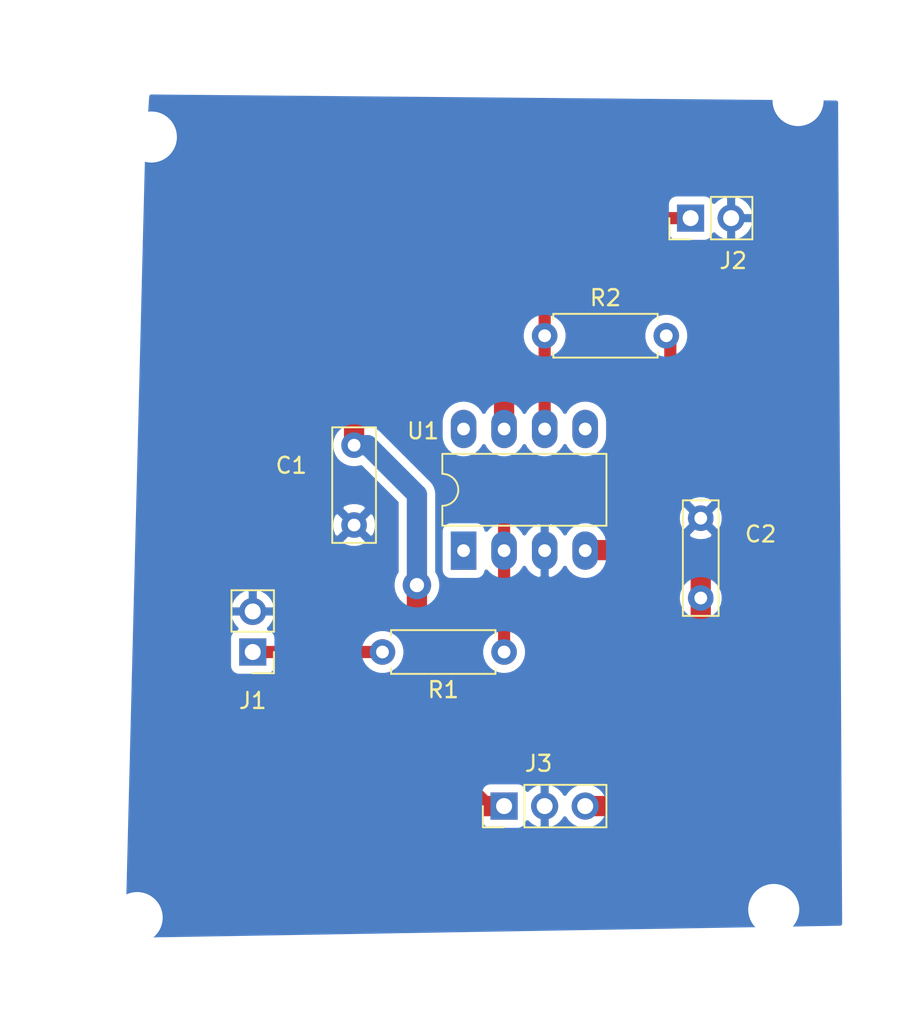
<source format=kicad_pcb>
(kicad_pcb (version 20171130) (host pcbnew "(5.1.10)-1")

  (general
    (thickness 1.6)
    (drawings 5)
    (tracks 31)
    (zones 0)
    (modules 12)
    (nets 10)
  )

  (page A4)
  (title_block
    (title "Inverting Amp")
    (date 2021-06-10)
    (rev 1.0.0)
    (company "IIT, BRL, Genova, Italy")
    (comment 1 "Ajay Gunalan")
  )

  (layers
    (0 F.Cu signal)
    (31 B.Cu signal)
    (32 B.Adhes user)
    (33 F.Adhes user)
    (34 B.Paste user)
    (35 F.Paste user)
    (36 B.SilkS user)
    (37 F.SilkS user)
    (38 B.Mask user)
    (39 F.Mask user)
    (40 Dwgs.User user)
    (41 Cmts.User user)
    (42 Eco1.User user)
    (43 Eco2.User user)
    (44 Edge.Cuts user)
    (45 Margin user)
    (46 B.CrtYd user)
    (47 F.CrtYd user)
    (48 B.Fab user)
    (49 F.Fab user)
  )

  (setup
    (last_trace_width 1.27)
    (user_trace_width 0.762)
    (user_trace_width 1.27)
    (trace_clearance 0.254)
    (zone_clearance 0.508)
    (zone_45_only no)
    (trace_min 0.254)
    (via_size 0.762)
    (via_drill 0.381)
    (via_min_size 0.762)
    (via_min_drill 0.381)
    (user_via 1.778 0.889)
    (uvia_size 0.762)
    (uvia_drill 0.381)
    (uvias_allowed no)
    (uvia_min_size 0.762)
    (uvia_min_drill 0.381)
    (edge_width 0.05)
    (segment_width 0.2)
    (pcb_text_width 0.3)
    (pcb_text_size 1.5 1.5)
    (mod_edge_width 0.12)
    (mod_text_size 1 1)
    (mod_text_width 0.15)
    (pad_size 1.524 1.524)
    (pad_drill 0.762)
    (pad_to_mask_clearance 0)
    (aux_axis_origin 0 0)
    (visible_elements 7FFFF7FF)
    (pcbplotparams
      (layerselection 0x010fc_ffffffff)
      (usegerberextensions false)
      (usegerberattributes true)
      (usegerberadvancedattributes true)
      (creategerberjobfile true)
      (excludeedgelayer true)
      (linewidth 0.100000)
      (plotframeref false)
      (viasonmask false)
      (mode 1)
      (useauxorigin false)
      (hpglpennumber 1)
      (hpglpenspeed 20)
      (hpglpendiameter 15.000000)
      (psnegative false)
      (psa4output false)
      (plotreference true)
      (plotvalue true)
      (plotinvisibletext false)
      (padsonsilk false)
      (subtractmaskfromsilk false)
      (outputformat 1)
      (mirror false)
      (drillshape 1)
      (scaleselection 1)
      (outputdirectory ""))
  )

  (net 0 "")
  (net 1 GND)
  (net 2 VCC)
  (net 3 VSS)
  (net 4 "Net-(J1-Pad1)")
  (net 5 "Net-(J2-Pad1)")
  (net 6 "Net-(R1-Pad1)")
  (net 7 "Net-(U1-Pad1)")
  (net 8 "Net-(U1-Pad5)")
  (net 9 "Net-(U1-Pad8)")

  (net_class Default "This is the default net class."
    (clearance 0.254)
    (trace_width 0.254)
    (via_dia 0.762)
    (via_drill 0.381)
    (uvia_dia 0.762)
    (uvia_drill 0.381)
    (diff_pair_width 0.254)
    (diff_pair_gap 0.25)
    (add_net GND)
    (add_net "Net-(J1-Pad1)")
    (add_net "Net-(J2-Pad1)")
    (add_net "Net-(R1-Pad1)")
    (add_net "Net-(U1-Pad1)")
    (add_net "Net-(U1-Pad5)")
    (add_net "Net-(U1-Pad8)")
    (add_net VCC)
    (add_net VSS)
  )

  (module MountingHole:MountingHole_3.2mm_M3 (layer F.Cu) (tedit 56D1B4CB) (tstamp 60C3B846)
    (at 134.239 95.123)
    (descr "Mounting Hole 3.2mm, no annular, M3")
    (tags "mounting hole 3.2mm no annular m3")
    (attr virtual)
    (fp_text reference REF** (at 0 -4.2) (layer F.SilkS) hide
      (effects (font (size 1 1) (thickness 0.15)))
    )
    (fp_text value m3 (at 0 4.2) (layer F.Fab)
      (effects (font (size 1 1) (thickness 0.15)))
    )
    (fp_circle (center 0 0) (end 3.2 0) (layer Cmts.User) (width 0.15))
    (fp_circle (center 0 0) (end 3.45 0) (layer F.CrtYd) (width 0.05))
    (fp_text user %R (at 6.096 -1.778) (layer F.Fab)
      (effects (font (size 1 1) (thickness 0.15)))
    )
    (pad 1 np_thru_hole circle (at 0 0) (size 3.2 3.2) (drill 3.2) (layers *.Cu *.Mask))
  )

  (module MountingHole:MountingHole_3.2mm_M3 (layer F.Cu) (tedit 56D1B4CB) (tstamp 60C3B810)
    (at 94.361 95.631)
    (descr "Mounting Hole 3.2mm, no annular, M3")
    (tags "mounting hole 3.2mm no annular m3")
    (attr virtual)
    (fp_text reference REF** (at 0 -4.2) (layer F.SilkS) hide
      (effects (font (size 1 1) (thickness 0.15)))
    )
    (fp_text value m3 (at 0 4.2) (layer F.Fab)
      (effects (font (size 1 1) (thickness 0.15)))
    )
    (fp_circle (center 0 0) (end 3.2 0) (layer Cmts.User) (width 0.15))
    (fp_circle (center 0 0) (end 3.45 0) (layer F.CrtYd) (width 0.05))
    (fp_text user %R (at 6.096 -1.778) (layer F.Fab)
      (effects (font (size 1 1) (thickness 0.15)))
    )
    (pad 1 np_thru_hole circle (at 0 0) (size 3.2 3.2) (drill 3.2) (layers *.Cu *.Mask))
  )

  (module MountingHole:MountingHole_3.2mm_M3 (layer F.Cu) (tedit 56D1B4CB) (tstamp 60C3B7BD)
    (at 135.763 44.45)
    (descr "Mounting Hole 3.2mm, no annular, M3")
    (tags "mounting hole 3.2mm no annular m3")
    (attr virtual)
    (fp_text reference REF** (at 0 -4.2) (layer F.SilkS) hide
      (effects (font (size 1 1) (thickness 0.15)))
    )
    (fp_text value MountingHole_3.2mm_M3 (at -13.843 -3.683) (layer F.Fab)
      (effects (font (size 1 1) (thickness 0.15)))
    )
    (fp_text user %R (at 0.3 0) (layer F.Fab)
      (effects (font (size 1 1) (thickness 0.15)))
    )
    (fp_circle (center 0 0) (end 3.2 0) (layer Cmts.User) (width 0.15))
    (fp_circle (center 0 0) (end 3.45 0) (layer F.CrtYd) (width 0.05))
    (pad 1 np_thru_hole circle (at 0 0) (size 3.2 3.2) (drill 3.2) (layers *.Cu *.Mask))
  )

  (module MountingHole:MountingHole_3.2mm_M3 (layer F.Cu) (tedit 56D1B4CB) (tstamp 60C3B71A)
    (at 95.25 46.736)
    (descr "Mounting Hole 3.2mm, no annular, M3")
    (tags "mounting hole 3.2mm no annular m3")
    (attr virtual)
    (fp_text reference REF** (at 0 -4.2) (layer F.SilkS) hide
      (effects (font (size 1 1) (thickness 0.15)))
    )
    (fp_text value MountingHole_3.2mm_M3 (at 0 4.2) (layer F.Fab)
      (effects (font (size 1 1) (thickness 0.15)))
    )
    (fp_text user %R (at 6.096 -1.778) (layer F.Fab)
      (effects (font (size 1 1) (thickness 0.15)))
    )
    (fp_circle (center 0 0) (end 3.2 0) (layer Cmts.User) (width 0.15))
    (fp_circle (center 0 0) (end 3.45 0) (layer F.CrtYd) (width 0.05))
    (pad 1 np_thru_hole circle (at 0 0) (size 3.2 3.2) (drill 3.2) (layers *.Cu *.Mask))
  )

  (module Package_DIP:DIP-8_W7.62mm_LongPads (layer F.Cu) (tedit 5A02E8C5) (tstamp 60C27446)
    (at 114.808 72.644 90)
    (descr "8-lead though-hole mounted DIP package, row spacing 7.62 mm (300 mils), LongPads")
    (tags "THT DIP DIL PDIP 2.54mm 7.62mm 300mil LongPads")
    (path /60C20855)
    (fp_text reference U1 (at 7.493 -2.54) (layer F.SilkS)
      (effects (font (size 1 1) (thickness 0.15)))
    )
    (fp_text value AD711 (at 0.254 5.969 90) (layer F.Fab)
      (effects (font (size 1 1) (thickness 0.15)))
    )
    (fp_text user %R (at 3.81 3.81 90) (layer F.Fab)
      (effects (font (size 1 1) (thickness 0.15)))
    )
    (fp_arc (start 3.81 -1.33) (end 2.81 -1.33) (angle -180) (layer F.SilkS) (width 0.12))
    (fp_line (start 1.635 -1.27) (end 6.985 -1.27) (layer F.Fab) (width 0.1))
    (fp_line (start 6.985 -1.27) (end 6.985 8.89) (layer F.Fab) (width 0.1))
    (fp_line (start 6.985 8.89) (end 0.635 8.89) (layer F.Fab) (width 0.1))
    (fp_line (start 0.635 8.89) (end 0.635 -0.27) (layer F.Fab) (width 0.1))
    (fp_line (start 0.635 -0.27) (end 1.635 -1.27) (layer F.Fab) (width 0.1))
    (fp_line (start 2.81 -1.33) (end 1.56 -1.33) (layer F.SilkS) (width 0.12))
    (fp_line (start 1.56 -1.33) (end 1.56 8.95) (layer F.SilkS) (width 0.12))
    (fp_line (start 1.56 8.95) (end 6.06 8.95) (layer F.SilkS) (width 0.12))
    (fp_line (start 6.06 8.95) (end 6.06 -1.33) (layer F.SilkS) (width 0.12))
    (fp_line (start 6.06 -1.33) (end 4.81 -1.33) (layer F.SilkS) (width 0.12))
    (fp_line (start -1.45 -1.55) (end -1.45 9.15) (layer F.CrtYd) (width 0.05))
    (fp_line (start -1.45 9.15) (end 9.1 9.15) (layer F.CrtYd) (width 0.05))
    (fp_line (start 9.1 9.15) (end 9.1 -1.55) (layer F.CrtYd) (width 0.05))
    (fp_line (start 9.1 -1.55) (end -1.45 -1.55) (layer F.CrtYd) (width 0.05))
    (pad 8 thru_hole oval (at 7.62 0 90) (size 2.4 1.6) (drill 0.8) (layers *.Cu *.Mask)
      (net 9 "Net-(U1-Pad8)"))
    (pad 4 thru_hole oval (at 0 7.62 90) (size 2.4 1.6) (drill 0.8) (layers *.Cu *.Mask)
      (net 3 VSS))
    (pad 7 thru_hole oval (at 7.62 2.54 90) (size 2.4 1.6) (drill 0.8) (layers *.Cu *.Mask)
      (net 2 VCC))
    (pad 3 thru_hole oval (at 0 5.08 90) (size 2.4 1.6) (drill 0.8) (layers *.Cu *.Mask)
      (net 1 GND))
    (pad 6 thru_hole oval (at 7.62 5.08 90) (size 2.4 1.6) (drill 0.8) (layers *.Cu *.Mask)
      (net 5 "Net-(J2-Pad1)"))
    (pad 2 thru_hole oval (at 0 2.54 90) (size 2.4 1.6) (drill 0.8) (layers *.Cu *.Mask)
      (net 6 "Net-(R1-Pad1)"))
    (pad 5 thru_hole oval (at 7.62 7.62 90) (size 2.4 1.6) (drill 0.8) (layers *.Cu *.Mask)
      (net 8 "Net-(U1-Pad5)"))
    (pad 1 thru_hole rect (at 0 0 90) (size 2.4 1.6) (drill 0.8) (layers *.Cu *.Mask)
      (net 7 "Net-(U1-Pad1)"))
    (model ${KISYS3DMOD}/Package_DIP.3dshapes/DIP-8_W7.62mm.wrl
      (at (xyz 0 0 0))
      (scale (xyz 1 1 1))
      (rotate (xyz 0 0 0))
    )
  )

  (module Capacitor_THT:C_Rect_L7.0mm_W2.5mm_P5.00mm (layer F.Cu) (tedit 5AE50EF0) (tstamp 60C2810D)
    (at 107.95 66.04 270)
    (descr "C, Rect series, Radial, pin pitch=5.00mm, , length*width=7*2.5mm^2, Capacitor")
    (tags "C Rect series Radial pin pitch 5.00mm  length 7mm width 2.5mm Capacitor")
    (path /60C2DA9A)
    (fp_text reference C1 (at 1.27 3.937 180) (layer F.SilkS)
      (effects (font (size 1 1) (thickness 0.15)))
    )
    (fp_text value 100n (at 1 3.75 90) (layer F.Fab)
      (effects (font (size 1 1) (thickness 0.15)))
    )
    (fp_text user %R (at 1 0 90) (layer F.Fab)
      (effects (font (size 1 1) (thickness 0.15)))
    )
    (fp_line (start -1 -1.25) (end -1 1.25) (layer F.Fab) (width 0.1))
    (fp_line (start -1 1.25) (end 6 1.25) (layer F.Fab) (width 0.1))
    (fp_line (start 6 1.25) (end 6 -1.25) (layer F.Fab) (width 0.1))
    (fp_line (start 6 -1.25) (end -1 -1.25) (layer F.Fab) (width 0.1))
    (fp_line (start -1.12 -1.37) (end 6.12 -1.37) (layer F.SilkS) (width 0.12))
    (fp_line (start -1.12 1.37) (end 6.12 1.37) (layer F.SilkS) (width 0.12))
    (fp_line (start -1.12 -1.37) (end -1.12 1.37) (layer F.SilkS) (width 0.12))
    (fp_line (start 6.12 -1.37) (end 6.12 1.37) (layer F.SilkS) (width 0.12))
    (fp_line (start -1.25 -1.5) (end -1.25 1.5) (layer F.CrtYd) (width 0.05))
    (fp_line (start -1.25 1.5) (end 6.25 1.5) (layer F.CrtYd) (width 0.05))
    (fp_line (start 6.25 1.5) (end 6.25 -1.5) (layer F.CrtYd) (width 0.05))
    (fp_line (start 6.25 -1.5) (end -1.25 -1.5) (layer F.CrtYd) (width 0.05))
    (pad 2 thru_hole circle (at 5 0 270) (size 1.6 1.6) (drill 0.8) (layers *.Cu *.Mask)
      (net 1 GND))
    (pad 1 thru_hole circle (at 0 0 270) (size 1.6 1.6) (drill 0.8) (layers *.Cu *.Mask)
      (net 2 VCC))
    (model ${KISYS3DMOD}/Capacitor_THT.3dshapes/C_Rect_L7.0mm_W2.5mm_P5.00mm.wrl
      (at (xyz 0 0 0))
      (scale (xyz 1 1 1))
      (rotate (xyz 0 0 0))
    )
  )

  (module Capacitor_THT:C_Rect_L7.0mm_W2.0mm_P5.00mm (layer F.Cu) (tedit 5AE50EF0) (tstamp 60C28116)
    (at 129.667 70.612 270)
    (descr "C, Rect series, Radial, pin pitch=5.00mm, , length*width=7*2mm^2, Capacitor")
    (tags "C Rect series Radial pin pitch 5.00mm  length 7mm width 2mm Capacitor")
    (path /60C234CD)
    (fp_text reference C2 (at 1 -3.75 180) (layer F.SilkS)
      (effects (font (size 1 1) (thickness 0.15)))
    )
    (fp_text value 100n (at 1 3.75 90) (layer F.Fab)
      (effects (font (size 1 1) (thickness 0.15)))
    )
    (fp_text user %R (at 1.778 1.27 90) (layer F.Fab)
      (effects (font (size 1 1) (thickness 0.15)))
    )
    (fp_line (start -1 -1) (end -1 1) (layer F.Fab) (width 0.1))
    (fp_line (start -1 1) (end 6 1) (layer F.Fab) (width 0.1))
    (fp_line (start 6 1) (end 6 -1) (layer F.Fab) (width 0.1))
    (fp_line (start 6 -1) (end -1 -1) (layer F.Fab) (width 0.1))
    (fp_line (start -1.12 -1.12) (end 6.12 -1.12) (layer F.SilkS) (width 0.12))
    (fp_line (start -1.12 1.12) (end 6.12 1.12) (layer F.SilkS) (width 0.12))
    (fp_line (start -1.12 -1.12) (end -1.12 1.12) (layer F.SilkS) (width 0.12))
    (fp_line (start 6.12 -1.12) (end 6.12 1.12) (layer F.SilkS) (width 0.12))
    (fp_line (start -1.25 -1.25) (end -1.25 1.25) (layer F.CrtYd) (width 0.05))
    (fp_line (start -1.25 1.25) (end 6.25 1.25) (layer F.CrtYd) (width 0.05))
    (fp_line (start 6.25 1.25) (end 6.25 -1.25) (layer F.CrtYd) (width 0.05))
    (fp_line (start 6.25 -1.25) (end -1.25 -1.25) (layer F.CrtYd) (width 0.05))
    (pad 2 thru_hole circle (at 5 0 270) (size 1.6 1.6) (drill 0.8) (layers *.Cu *.Mask)
      (net 3 VSS))
    (pad 1 thru_hole circle (at 0 0 270) (size 1.6 1.6) (drill 0.8) (layers *.Cu *.Mask)
      (net 1 GND))
    (model ${KISYS3DMOD}/Capacitor_THT.3dshapes/C_Rect_L7.0mm_W2.0mm_P5.00mm.wrl
      (at (xyz 0 0 0))
      (scale (xyz 1 1 1))
      (rotate (xyz 0 0 0))
    )
  )

  (module Connector_PinHeader_2.54mm:PinHeader_1x02_P2.54mm_Vertical (layer F.Cu) (tedit 59FED5CC) (tstamp 60C273DA)
    (at 101.6 78.994 180)
    (descr "Through hole straight pin header, 1x02, 2.54mm pitch, single row")
    (tags "Through hole pin header THT 1x02 2.54mm single row")
    (path /60C3DD53)
    (fp_text reference J1 (at 0 -3.048) (layer F.SilkS)
      (effects (font (size 1 1) (thickness 0.15)))
    )
    (fp_text value Output (at 0 4.87) (layer F.Fab)
      (effects (font (size 1 1) (thickness 0.15)))
    )
    (fp_line (start 1.8 -1.8) (end -1.8 -1.8) (layer F.CrtYd) (width 0.05))
    (fp_line (start 1.8 4.35) (end 1.8 -1.8) (layer F.CrtYd) (width 0.05))
    (fp_line (start -1.8 4.35) (end 1.8 4.35) (layer F.CrtYd) (width 0.05))
    (fp_line (start -1.8 -1.8) (end -1.8 4.35) (layer F.CrtYd) (width 0.05))
    (fp_line (start -1.33 -1.33) (end 0 -1.33) (layer F.SilkS) (width 0.12))
    (fp_line (start -1.33 0) (end -1.33 -1.33) (layer F.SilkS) (width 0.12))
    (fp_line (start -1.33 1.27) (end 1.33 1.27) (layer F.SilkS) (width 0.12))
    (fp_line (start 1.33 1.27) (end 1.33 3.87) (layer F.SilkS) (width 0.12))
    (fp_line (start -1.33 1.27) (end -1.33 3.87) (layer F.SilkS) (width 0.12))
    (fp_line (start -1.33 3.87) (end 1.33 3.87) (layer F.SilkS) (width 0.12))
    (fp_line (start -1.27 -0.635) (end -0.635 -1.27) (layer F.Fab) (width 0.1))
    (fp_line (start -1.27 3.81) (end -1.27 -0.635) (layer F.Fab) (width 0.1))
    (fp_line (start 1.27 3.81) (end -1.27 3.81) (layer F.Fab) (width 0.1))
    (fp_line (start 1.27 -1.27) (end 1.27 3.81) (layer F.Fab) (width 0.1))
    (fp_line (start -0.635 -1.27) (end 1.27 -1.27) (layer F.Fab) (width 0.1))
    (fp_text user %R (at 0.508 0.254 90) (layer F.Fab)
      (effects (font (size 1 1) (thickness 0.15)))
    )
    (pad 2 thru_hole oval (at 0 2.54 180) (size 1.7 1.7) (drill 1) (layers *.Cu *.Mask)
      (net 1 GND))
    (pad 1 thru_hole rect (at 0 0 180) (size 1.7 1.7) (drill 1) (layers *.Cu *.Mask)
      (net 4 "Net-(J1-Pad1)"))
    (model ${KISYS3DMOD}/Connector_PinHeader_2.54mm.3dshapes/PinHeader_1x02_P2.54mm_Vertical.wrl
      (at (xyz 0 0 0))
      (scale (xyz 1 1 1))
      (rotate (xyz 0 0 0))
    )
  )

  (module Connector_PinHeader_2.54mm:PinHeader_1x02_P2.54mm_Vertical (layer F.Cu) (tedit 59FED5CC) (tstamp 60C273F0)
    (at 129.032 51.816 90)
    (descr "Through hole straight pin header, 1x02, 2.54mm pitch, single row")
    (tags "Through hole pin header THT 1x02 2.54mm single row")
    (path /60C305BE)
    (fp_text reference J2 (at -2.667 2.667 180) (layer F.SilkS)
      (effects (font (size 1 1) (thickness 0.15)))
    )
    (fp_text value Output (at 0 4.87 90) (layer F.Fab)
      (effects (font (size 1 1) (thickness 0.15)))
    )
    (fp_line (start -0.635 -1.27) (end 1.27 -1.27) (layer F.Fab) (width 0.1))
    (fp_line (start 1.27 -1.27) (end 1.27 3.81) (layer F.Fab) (width 0.1))
    (fp_line (start 1.27 3.81) (end -1.27 3.81) (layer F.Fab) (width 0.1))
    (fp_line (start -1.27 3.81) (end -1.27 -0.635) (layer F.Fab) (width 0.1))
    (fp_line (start -1.27 -0.635) (end -0.635 -1.27) (layer F.Fab) (width 0.1))
    (fp_line (start -1.33 3.87) (end 1.33 3.87) (layer F.SilkS) (width 0.12))
    (fp_line (start -1.33 1.27) (end -1.33 3.87) (layer F.SilkS) (width 0.12))
    (fp_line (start 1.33 1.27) (end 1.33 3.87) (layer F.SilkS) (width 0.12))
    (fp_line (start -1.33 1.27) (end 1.33 1.27) (layer F.SilkS) (width 0.12))
    (fp_line (start -1.33 0) (end -1.33 -1.33) (layer F.SilkS) (width 0.12))
    (fp_line (start -1.33 -1.33) (end 0 -1.33) (layer F.SilkS) (width 0.12))
    (fp_line (start -1.8 -1.8) (end -1.8 4.35) (layer F.CrtYd) (width 0.05))
    (fp_line (start -1.8 4.35) (end 1.8 4.35) (layer F.CrtYd) (width 0.05))
    (fp_line (start 1.8 4.35) (end 1.8 -1.8) (layer F.CrtYd) (width 0.05))
    (fp_line (start 1.8 -1.8) (end -1.8 -1.8) (layer F.CrtYd) (width 0.05))
    (fp_text user %R (at 0 1.27) (layer F.Fab)
      (effects (font (size 1 1) (thickness 0.15)))
    )
    (pad 1 thru_hole rect (at 0 0 90) (size 1.7 1.7) (drill 1) (layers *.Cu *.Mask)
      (net 5 "Net-(J2-Pad1)"))
    (pad 2 thru_hole oval (at 0 2.54 90) (size 1.7 1.7) (drill 1) (layers *.Cu *.Mask)
      (net 1 GND))
    (model ${KISYS3DMOD}/Connector_PinHeader_2.54mm.3dshapes/PinHeader_1x02_P2.54mm_Vertical.wrl
      (at (xyz 0 0 0))
      (scale (xyz 1 1 1))
      (rotate (xyz 0 0 0))
    )
  )

  (module Connector_PinHeader_2.54mm:PinHeader_1x03_P2.54mm_Vertical (layer F.Cu) (tedit 59FED5CC) (tstamp 60C27407)
    (at 117.348 88.646 90)
    (descr "Through hole straight pin header, 1x03, 2.54mm pitch, single row")
    (tags "Through hole pin header THT 1x03 2.54mm single row")
    (path /60C40E45)
    (fp_text reference J3 (at 2.667 2.159 180) (layer F.SilkS)
      (effects (font (size 1 1) (thickness 0.15)))
    )
    (fp_text value "Bias Connector" (at 0 7.41 90) (layer F.Fab)
      (effects (font (size 1 1) (thickness 0.15)))
    )
    (fp_line (start -0.635 -1.27) (end 1.27 -1.27) (layer F.Fab) (width 0.1))
    (fp_line (start 1.27 -1.27) (end 1.27 6.35) (layer F.Fab) (width 0.1))
    (fp_line (start 1.27 6.35) (end -1.27 6.35) (layer F.Fab) (width 0.1))
    (fp_line (start -1.27 6.35) (end -1.27 -0.635) (layer F.Fab) (width 0.1))
    (fp_line (start -1.27 -0.635) (end -0.635 -1.27) (layer F.Fab) (width 0.1))
    (fp_line (start -1.33 6.41) (end 1.33 6.41) (layer F.SilkS) (width 0.12))
    (fp_line (start -1.33 1.27) (end -1.33 6.41) (layer F.SilkS) (width 0.12))
    (fp_line (start 1.33 1.27) (end 1.33 6.41) (layer F.SilkS) (width 0.12))
    (fp_line (start -1.33 1.27) (end 1.33 1.27) (layer F.SilkS) (width 0.12))
    (fp_line (start -1.33 0) (end -1.33 -1.33) (layer F.SilkS) (width 0.12))
    (fp_line (start -1.33 -1.33) (end 0 -1.33) (layer F.SilkS) (width 0.12))
    (fp_line (start -1.8 -1.8) (end -1.8 6.85) (layer F.CrtYd) (width 0.05))
    (fp_line (start -1.8 6.85) (end 1.8 6.85) (layer F.CrtYd) (width 0.05))
    (fp_line (start 1.8 6.85) (end 1.8 -1.8) (layer F.CrtYd) (width 0.05))
    (fp_line (start 1.8 -1.8) (end -1.8 -1.8) (layer F.CrtYd) (width 0.05))
    (fp_text user %R (at -0.508 3.81) (layer F.Fab)
      (effects (font (size 1 1) (thickness 0.15)))
    )
    (pad 1 thru_hole rect (at 0 0 90) (size 1.7 1.7) (drill 1) (layers *.Cu *.Mask)
      (net 2 VCC))
    (pad 2 thru_hole oval (at 0 2.54 90) (size 1.7 1.7) (drill 1) (layers *.Cu *.Mask)
      (net 1 GND))
    (pad 3 thru_hole oval (at 0 5.08 90) (size 1.7 1.7) (drill 1) (layers *.Cu *.Mask)
      (net 3 VSS))
    (model ${KISYS3DMOD}/Connector_PinHeader_2.54mm.3dshapes/PinHeader_1x03_P2.54mm_Vertical.wrl
      (at (xyz 0 0 0))
      (scale (xyz 1 1 1))
      (rotate (xyz 0 0 0))
    )
  )

  (module Resistor_THT:R_Axial_DIN0207_L6.3mm_D2.5mm_P7.62mm_Horizontal (layer F.Cu) (tedit 5AE5139B) (tstamp 60C2741E)
    (at 117.348 78.994 180)
    (descr "Resistor, Axial_DIN0207 series, Axial, Horizontal, pin pitch=7.62mm, 0.25W = 1/4W, length*diameter=6.3*2.5mm^2, http://cdn-reichelt.de/documents/datenblatt/B400/1_4W%23YAG.pdf")
    (tags "Resistor Axial_DIN0207 series Axial Horizontal pin pitch 7.62mm 0.25W = 1/4W length 6.3mm diameter 2.5mm")
    (path /60C21385)
    (fp_text reference R1 (at 3.81 -2.37) (layer F.SilkS)
      (effects (font (size 1 1) (thickness 0.15)))
    )
    (fp_text value 10k (at 3.81 2.37) (layer F.Fab)
      (effects (font (size 1 1) (thickness 0.15)))
    )
    (fp_line (start 0.66 -1.25) (end 0.66 1.25) (layer F.Fab) (width 0.1))
    (fp_line (start 0.66 1.25) (end 6.96 1.25) (layer F.Fab) (width 0.1))
    (fp_line (start 6.96 1.25) (end 6.96 -1.25) (layer F.Fab) (width 0.1))
    (fp_line (start 6.96 -1.25) (end 0.66 -1.25) (layer F.Fab) (width 0.1))
    (fp_line (start 0 0) (end 0.66 0) (layer F.Fab) (width 0.1))
    (fp_line (start 7.62 0) (end 6.96 0) (layer F.Fab) (width 0.1))
    (fp_line (start 0.54 -1.04) (end 0.54 -1.37) (layer F.SilkS) (width 0.12))
    (fp_line (start 0.54 -1.37) (end 7.08 -1.37) (layer F.SilkS) (width 0.12))
    (fp_line (start 7.08 -1.37) (end 7.08 -1.04) (layer F.SilkS) (width 0.12))
    (fp_line (start 0.54 1.04) (end 0.54 1.37) (layer F.SilkS) (width 0.12))
    (fp_line (start 0.54 1.37) (end 7.08 1.37) (layer F.SilkS) (width 0.12))
    (fp_line (start 7.08 1.37) (end 7.08 1.04) (layer F.SilkS) (width 0.12))
    (fp_line (start -1.05 -1.5) (end -1.05 1.5) (layer F.CrtYd) (width 0.05))
    (fp_line (start -1.05 1.5) (end 8.67 1.5) (layer F.CrtYd) (width 0.05))
    (fp_line (start 8.67 1.5) (end 8.67 -1.5) (layer F.CrtYd) (width 0.05))
    (fp_line (start 8.67 -1.5) (end -1.05 -1.5) (layer F.CrtYd) (width 0.05))
    (fp_text user %R (at 3.81 0) (layer F.Fab)
      (effects (font (size 1 1) (thickness 0.15)))
    )
    (pad 1 thru_hole circle (at 0 0 180) (size 1.6 1.6) (drill 0.8) (layers *.Cu *.Mask)
      (net 6 "Net-(R1-Pad1)"))
    (pad 2 thru_hole oval (at 7.62 0 180) (size 1.6 1.6) (drill 0.8) (layers *.Cu *.Mask)
      (net 4 "Net-(J1-Pad1)"))
    (model ${KISYS3DMOD}/Resistor_THT.3dshapes/R_Axial_DIN0207_L6.3mm_D2.5mm_P7.62mm_Horizontal.wrl
      (at (xyz 0 0 0))
      (scale (xyz 1 1 1))
      (rotate (xyz 0 0 0))
    )
  )

  (module Resistor_THT:R_Axial_DIN0207_L6.3mm_D2.5mm_P7.62mm_Horizontal (layer F.Cu) (tedit 5AE5139B) (tstamp 60C27435)
    (at 119.888 59.182)
    (descr "Resistor, Axial_DIN0207 series, Axial, Horizontal, pin pitch=7.62mm, 0.25W = 1/4W, length*diameter=6.3*2.5mm^2, http://cdn-reichelt.de/documents/datenblatt/B400/1_4W%23YAG.pdf")
    (tags "Resistor Axial_DIN0207 series Axial Horizontal pin pitch 7.62mm 0.25W = 1/4W length 6.3mm diameter 2.5mm")
    (path /60C226B3)
    (fp_text reference R2 (at 3.81 -2.37) (layer F.SilkS)
      (effects (font (size 1 1) (thickness 0.15)))
    )
    (fp_text value 10k (at 3.81 2.37) (layer F.Fab)
      (effects (font (size 1 1) (thickness 0.15)))
    )
    (fp_line (start 8.67 -1.5) (end -1.05 -1.5) (layer F.CrtYd) (width 0.05))
    (fp_line (start 8.67 1.5) (end 8.67 -1.5) (layer F.CrtYd) (width 0.05))
    (fp_line (start -1.05 1.5) (end 8.67 1.5) (layer F.CrtYd) (width 0.05))
    (fp_line (start -1.05 -1.5) (end -1.05 1.5) (layer F.CrtYd) (width 0.05))
    (fp_line (start 7.08 1.37) (end 7.08 1.04) (layer F.SilkS) (width 0.12))
    (fp_line (start 0.54 1.37) (end 7.08 1.37) (layer F.SilkS) (width 0.12))
    (fp_line (start 0.54 1.04) (end 0.54 1.37) (layer F.SilkS) (width 0.12))
    (fp_line (start 7.08 -1.37) (end 7.08 -1.04) (layer F.SilkS) (width 0.12))
    (fp_line (start 0.54 -1.37) (end 7.08 -1.37) (layer F.SilkS) (width 0.12))
    (fp_line (start 0.54 -1.04) (end 0.54 -1.37) (layer F.SilkS) (width 0.12))
    (fp_line (start 7.62 0) (end 6.96 0) (layer F.Fab) (width 0.1))
    (fp_line (start 0 0) (end 0.66 0) (layer F.Fab) (width 0.1))
    (fp_line (start 6.96 -1.25) (end 0.66 -1.25) (layer F.Fab) (width 0.1))
    (fp_line (start 6.96 1.25) (end 6.96 -1.25) (layer F.Fab) (width 0.1))
    (fp_line (start 0.66 1.25) (end 6.96 1.25) (layer F.Fab) (width 0.1))
    (fp_line (start 0.66 -1.25) (end 0.66 1.25) (layer F.Fab) (width 0.1))
    (fp_text user %R (at 2.872999 0.254) (layer F.Fab)
      (effects (font (size 1 1) (thickness 0.15)))
    )
    (pad 2 thru_hole oval (at 7.62 0) (size 1.6 1.6) (drill 0.8) (layers *.Cu *.Mask)
      (net 6 "Net-(R1-Pad1)"))
    (pad 1 thru_hole circle (at 0 0) (size 1.6 1.6) (drill 0.8) (layers *.Cu *.Mask)
      (net 5 "Net-(J2-Pad1)"))
    (model ${KISYS3DMOD}/Resistor_THT.3dshapes/R_Axial_DIN0207_L6.3mm_D2.5mm_P7.62mm_Horizontal.wrl
      (at (xyz 0 0 0))
      (scale (xyz 1 1 1))
      (rotate (xyz 0 0 0))
    )
  )

  (gr_line (start 141.351 102.235) (end 89.027 102.235) (layer Margin) (width 0.15) (tstamp 60C36165))
  (gr_line (start 89.027 102.235) (end 89.027 102.108) (layer Margin) (width 0.15) (tstamp 60C36161))
  (gr_line (start 89.027 38.227) (end 89.027 102.108) (layer Margin) (width 0.15))
  (gr_line (start 141.351 38.227) (end 89.027 38.227) (layer Margin) (width 0.15))
  (gr_line (start 141.351 102.235) (end 141.351 38.227) (layer Margin) (width 0.15))

  (segment (start 117.094 64.77) (end 117.348 65.024) (width 0.762) (layer F.Cu) (net 2))
  (segment (start 117.348 88.646) (end 116.078 88.646) (width 1.27) (layer F.Cu) (net 2))
  (segment (start 116.078 88.646) (end 111.887 84.455) (width 1.27) (layer F.Cu) (net 2))
  (via (at 111.887 74.803) (size 1.778) (drill 0.889) (layers F.Cu B.Cu) (net 2))
  (segment (start 111.887 84.455) (end 111.887 74.803) (width 1.27) (layer F.Cu) (net 2))
  (segment (start 108.798528 66.04) (end 107.95 66.04) (width 1.27) (layer B.Cu) (net 2))
  (segment (start 111.887 69.128472) (end 108.798528 66.04) (width 1.27) (layer B.Cu) (net 2))
  (segment (start 111.887 74.803) (end 111.887 69.128472) (width 1.27) (layer B.Cu) (net 2))
  (segment (start 117.348 65.024) (end 117.348 62.357) (width 1.27) (layer F.Cu) (net 2))
  (segment (start 117.348 62.357) (end 116.078 61.087) (width 1.27) (layer F.Cu) (net 2))
  (segment (start 116.078 61.087) (end 109.347 61.087) (width 1.27) (layer F.Cu) (net 2))
  (segment (start 107.95 62.484) (end 107.95 66.04) (width 1.27) (layer F.Cu) (net 2))
  (segment (start 109.347 61.087) (end 107.95 62.484) (width 1.27) (layer F.Cu) (net 2))
  (segment (start 122.428 72.644) (end 122.46 72.612) (width 0.762) (layer B.Cu) (net 3))
  (segment (start 122.428 88.646) (end 129.413 88.646) (width 1.27) (layer F.Cu) (net 3))
  (segment (start 129.667 88.392) (end 129.667 72.612) (width 1.27) (layer F.Cu) (net 3))
  (segment (start 129.413 88.646) (end 129.667 88.392) (width 1.27) (layer F.Cu) (net 3))
  (segment (start 122.46 72.612) (end 122.428 72.644) (width 1.27) (layer F.Cu) (net 3))
  (segment (start 129.667 72.612) (end 122.46 72.612) (width 1.27) (layer F.Cu) (net 3))
  (segment (start 109.728 78.994) (end 101.6 78.994) (width 0.762) (layer F.Cu) (net 4))
  (segment (start 119.888 65.024) (end 119.888 59.182) (width 0.762) (layer F.Cu) (net 5))
  (segment (start 129.032 51.816) (end 122.682 51.816) (width 0.762) (layer F.Cu) (net 5))
  (segment (start 119.888 54.61) (end 119.888 59.182) (width 0.762) (layer F.Cu) (net 5))
  (segment (start 122.682 51.816) (end 119.888 54.61) (width 0.762) (layer F.Cu) (net 5))
  (segment (start 117.348 72.644) (end 117.348 78.994) (width 0.762) (layer F.Cu) (net 6))
  (segment (start 117.348 72.644) (end 117.348 70.358) (width 0.762) (layer F.Cu) (net 6))
  (segment (start 117.348 70.358) (end 118.999 68.707) (width 0.762) (layer F.Cu) (net 6))
  (segment (start 118.999 68.707) (end 124.841 68.707) (width 0.762) (layer F.Cu) (net 6))
  (segment (start 124.841 68.707) (end 127.762 65.786) (width 0.762) (layer F.Cu) (net 6))
  (segment (start 127.762 59.436) (end 127.508 59.182) (width 0.762) (layer F.Cu) (net 6))
  (segment (start 127.762 65.786) (end 127.762 59.436) (width 0.762) (layer F.Cu) (net 6))

  (zone (net 1) (net_name GND) (layer B.Cu) (tstamp 0) (hatch edge 0.508)
    (connect_pads (clearance 0.508))
    (min_thickness 0.254)
    (fill yes (arc_segments 32) (thermal_gap 0.508) (thermal_bridge_width 0.508))
    (polygon
      (pts
        (xy 138.52525 96.139) (xy 93.614875 96.901) (xy 94.845188 48.1965) (xy 95.123 44.069) (xy 138.27125 44.45)
      )
    )
    (filled_polygon
      (pts
        (xy 138.144868 44.575889) (xy 138.397635 96.014147) (xy 93.745179 96.771771) (xy 93.971913 87.796) (xy 115.859928 87.796)
        (xy 115.859928 89.496) (xy 115.872188 89.620482) (xy 115.908498 89.74018) (xy 115.967463 89.850494) (xy 116.046815 89.947185)
        (xy 116.143506 90.026537) (xy 116.25382 90.085502) (xy 116.373518 90.121812) (xy 116.498 90.134072) (xy 118.198 90.134072)
        (xy 118.322482 90.121812) (xy 118.44218 90.085502) (xy 118.552494 90.026537) (xy 118.649185 89.947185) (xy 118.728537 89.850494)
        (xy 118.787502 89.74018) (xy 118.811966 89.659534) (xy 118.887731 89.743588) (xy 119.12108 89.917641) (xy 119.383901 90.042825)
        (xy 119.53111 90.087476) (xy 119.761 89.966155) (xy 119.761 88.773) (xy 119.741 88.773) (xy 119.741 88.519)
        (xy 119.761 88.519) (xy 119.761 87.325845) (xy 120.015 87.325845) (xy 120.015 88.519) (xy 120.035 88.519)
        (xy 120.035 88.773) (xy 120.015 88.773) (xy 120.015 89.966155) (xy 120.24489 90.087476) (xy 120.392099 90.042825)
        (xy 120.65492 89.917641) (xy 120.888269 89.743588) (xy 121.083178 89.527355) (xy 121.152805 89.410466) (xy 121.274525 89.592632)
        (xy 121.481368 89.799475) (xy 121.724589 89.96199) (xy 121.994842 90.073932) (xy 122.28174 90.131) (xy 122.57426 90.131)
        (xy 122.861158 90.073932) (xy 123.131411 89.96199) (xy 123.374632 89.799475) (xy 123.581475 89.592632) (xy 123.74399 89.349411)
        (xy 123.855932 89.079158) (xy 123.913 88.79226) (xy 123.913 88.49974) (xy 123.855932 88.212842) (xy 123.74399 87.942589)
        (xy 123.581475 87.699368) (xy 123.374632 87.492525) (xy 123.131411 87.33001) (xy 122.861158 87.218068) (xy 122.57426 87.161)
        (xy 122.28174 87.161) (xy 121.994842 87.218068) (xy 121.724589 87.33001) (xy 121.481368 87.492525) (xy 121.274525 87.699368)
        (xy 121.152805 87.881534) (xy 121.083178 87.764645) (xy 120.888269 87.548412) (xy 120.65492 87.374359) (xy 120.392099 87.249175)
        (xy 120.24489 87.204524) (xy 120.015 87.325845) (xy 119.761 87.325845) (xy 119.53111 87.204524) (xy 119.383901 87.249175)
        (xy 119.12108 87.374359) (xy 118.887731 87.548412) (xy 118.811966 87.632466) (xy 118.787502 87.55182) (xy 118.728537 87.441506)
        (xy 118.649185 87.344815) (xy 118.552494 87.265463) (xy 118.44218 87.206498) (xy 118.322482 87.170188) (xy 118.198 87.157928)
        (xy 116.498 87.157928) (xy 116.373518 87.170188) (xy 116.25382 87.206498) (xy 116.143506 87.265463) (xy 116.046815 87.344815)
        (xy 115.967463 87.441506) (xy 115.908498 87.55182) (xy 115.872188 87.671518) (xy 115.859928 87.796) (xy 93.971913 87.796)
        (xy 94.215731 78.144) (xy 100.111928 78.144) (xy 100.111928 79.844) (xy 100.124188 79.968482) (xy 100.160498 80.08818)
        (xy 100.219463 80.198494) (xy 100.298815 80.295185) (xy 100.395506 80.374537) (xy 100.50582 80.433502) (xy 100.625518 80.469812)
        (xy 100.75 80.482072) (xy 102.45 80.482072) (xy 102.574482 80.469812) (xy 102.69418 80.433502) (xy 102.804494 80.374537)
        (xy 102.901185 80.295185) (xy 102.980537 80.198494) (xy 103.039502 80.08818) (xy 103.075812 79.968482) (xy 103.088072 79.844)
        (xy 103.088072 78.852665) (xy 108.293 78.852665) (xy 108.293 79.135335) (xy 108.348147 79.412574) (xy 108.45632 79.673727)
        (xy 108.613363 79.908759) (xy 108.813241 80.108637) (xy 109.048273 80.26568) (xy 109.309426 80.373853) (xy 109.586665 80.429)
        (xy 109.869335 80.429) (xy 110.146574 80.373853) (xy 110.407727 80.26568) (xy 110.642759 80.108637) (xy 110.842637 79.908759)
        (xy 110.99968 79.673727) (xy 111.107853 79.412574) (xy 111.163 79.135335) (xy 111.163 78.852665) (xy 115.913 78.852665)
        (xy 115.913 79.135335) (xy 115.968147 79.412574) (xy 116.07632 79.673727) (xy 116.233363 79.908759) (xy 116.433241 80.108637)
        (xy 116.668273 80.26568) (xy 116.929426 80.373853) (xy 117.206665 80.429) (xy 117.489335 80.429) (xy 117.766574 80.373853)
        (xy 118.027727 80.26568) (xy 118.262759 80.108637) (xy 118.462637 79.908759) (xy 118.61968 79.673727) (xy 118.727853 79.412574)
        (xy 118.783 79.135335) (xy 118.783 78.852665) (xy 118.727853 78.575426) (xy 118.61968 78.314273) (xy 118.462637 78.079241)
        (xy 118.262759 77.879363) (xy 118.027727 77.72232) (xy 117.766574 77.614147) (xy 117.489335 77.559) (xy 117.206665 77.559)
        (xy 116.929426 77.614147) (xy 116.668273 77.72232) (xy 116.433241 77.879363) (xy 116.233363 78.079241) (xy 116.07632 78.314273)
        (xy 115.968147 78.575426) (xy 115.913 78.852665) (xy 111.163 78.852665) (xy 111.107853 78.575426) (xy 110.99968 78.314273)
        (xy 110.842637 78.079241) (xy 110.642759 77.879363) (xy 110.407727 77.72232) (xy 110.146574 77.614147) (xy 109.869335 77.559)
        (xy 109.586665 77.559) (xy 109.309426 77.614147) (xy 109.048273 77.72232) (xy 108.813241 77.879363) (xy 108.613363 78.079241)
        (xy 108.45632 78.314273) (xy 108.348147 78.575426) (xy 108.293 78.852665) (xy 103.088072 78.852665) (xy 103.088072 78.144)
        (xy 103.075812 78.019518) (xy 103.039502 77.89982) (xy 102.980537 77.789506) (xy 102.901185 77.692815) (xy 102.804494 77.613463)
        (xy 102.69418 77.554498) (xy 102.613534 77.530034) (xy 102.697588 77.454269) (xy 102.871641 77.22092) (xy 102.996825 76.958099)
        (xy 103.041476 76.81089) (xy 102.920155 76.581) (xy 101.727 76.581) (xy 101.727 76.601) (xy 101.473 76.601)
        (xy 101.473 76.581) (xy 100.279845 76.581) (xy 100.158524 76.81089) (xy 100.203175 76.958099) (xy 100.328359 77.22092)
        (xy 100.502412 77.454269) (xy 100.586466 77.530034) (xy 100.50582 77.554498) (xy 100.395506 77.613463) (xy 100.298815 77.692815)
        (xy 100.219463 77.789506) (xy 100.160498 77.89982) (xy 100.124188 78.019518) (xy 100.111928 78.144) (xy 94.215731 78.144)
        (xy 94.267437 76.09711) (xy 100.158524 76.09711) (xy 100.279845 76.327) (xy 101.473 76.327) (xy 101.473 75.133186)
        (xy 101.727 75.133186) (xy 101.727 76.327) (xy 102.920155 76.327) (xy 103.041476 76.09711) (xy 102.996825 75.949901)
        (xy 102.871641 75.68708) (xy 102.697588 75.453731) (xy 102.481355 75.258822) (xy 102.231252 75.109843) (xy 101.956891 75.012519)
        (xy 101.727 75.133186) (xy 101.473 75.133186) (xy 101.243109 75.012519) (xy 100.968748 75.109843) (xy 100.718645 75.258822)
        (xy 100.502412 75.453731) (xy 100.328359 75.68708) (xy 100.203175 75.949901) (xy 100.158524 76.09711) (xy 94.267437 76.09711)
        (xy 94.370106 72.032702) (xy 107.136903 72.032702) (xy 107.208486 72.276671) (xy 107.463996 72.397571) (xy 107.738184 72.4663)
        (xy 108.020512 72.480217) (xy 108.30013 72.438787) (xy 108.566292 72.343603) (xy 108.691514 72.276671) (xy 108.763097 72.032702)
        (xy 107.95 71.219605) (xy 107.136903 72.032702) (xy 94.370106 72.032702) (xy 94.393402 71.110512) (xy 106.509783 71.110512)
        (xy 106.551213 71.39013) (xy 106.646397 71.656292) (xy 106.713329 71.781514) (xy 106.957298 71.853097) (xy 107.770395 71.04)
        (xy 108.129605 71.04) (xy 108.942702 71.853097) (xy 109.186671 71.781514) (xy 109.307571 71.526004) (xy 109.3763 71.251816)
        (xy 109.390217 70.969488) (xy 109.348787 70.68987) (xy 109.253603 70.423708) (xy 109.186671 70.298486) (xy 108.942702 70.226903)
        (xy 108.129605 71.04) (xy 107.770395 71.04) (xy 106.957298 70.226903) (xy 106.713329 70.298486) (xy 106.592429 70.553996)
        (xy 106.5237 70.828184) (xy 106.509783 71.110512) (xy 94.393402 71.110512) (xy 94.420259 70.047298) (xy 107.136903 70.047298)
        (xy 107.95 70.860395) (xy 108.763097 70.047298) (xy 108.691514 69.803329) (xy 108.436004 69.682429) (xy 108.161816 69.6137)
        (xy 107.879488 69.599783) (xy 107.59987 69.641213) (xy 107.333708 69.736397) (xy 107.208486 69.803329) (xy 107.136903 70.047298)
        (xy 94.420259 70.047298) (xy 94.525057 65.898665) (xy 106.515 65.898665) (xy 106.515 66.181335) (xy 106.570147 66.458574)
        (xy 106.67832 66.719727) (xy 106.835363 66.954759) (xy 107.035241 67.154637) (xy 107.270273 67.31168) (xy 107.531426 67.419853)
        (xy 107.808665 67.475) (xy 108.091335 67.475) (xy 108.368574 67.419853) (xy 108.378302 67.415824) (xy 110.617001 69.654524)
        (xy 110.617 73.960562) (xy 110.536449 74.081115) (xy 110.421566 74.358466) (xy 110.363 74.652899) (xy 110.363 74.953101)
        (xy 110.421566 75.247534) (xy 110.536449 75.524885) (xy 110.703232 75.774493) (xy 110.915507 75.986768) (xy 111.165115 76.153551)
        (xy 111.442466 76.268434) (xy 111.736899 76.327) (xy 112.037101 76.327) (xy 112.331534 76.268434) (xy 112.608885 76.153551)
        (xy 112.858493 75.986768) (xy 113.070768 75.774493) (xy 113.237551 75.524885) (xy 113.260009 75.470665) (xy 128.232 75.470665)
        (xy 128.232 75.753335) (xy 128.287147 76.030574) (xy 128.39532 76.291727) (xy 128.552363 76.526759) (xy 128.752241 76.726637)
        (xy 128.987273 76.88368) (xy 129.248426 76.991853) (xy 129.525665 77.047) (xy 129.808335 77.047) (xy 130.085574 76.991853)
        (xy 130.346727 76.88368) (xy 130.581759 76.726637) (xy 130.781637 76.526759) (xy 130.93868 76.291727) (xy 131.046853 76.030574)
        (xy 131.102 75.753335) (xy 131.102 75.470665) (xy 131.046853 75.193426) (xy 130.93868 74.932273) (xy 130.781637 74.697241)
        (xy 130.581759 74.497363) (xy 130.346727 74.34032) (xy 130.085574 74.232147) (xy 129.808335 74.177) (xy 129.525665 74.177)
        (xy 129.248426 74.232147) (xy 128.987273 74.34032) (xy 128.752241 74.497363) (xy 128.552363 74.697241) (xy 128.39532 74.932273)
        (xy 128.287147 75.193426) (xy 128.232 75.470665) (xy 113.260009 75.470665) (xy 113.352434 75.247534) (xy 113.411 74.953101)
        (xy 113.411 74.652899) (xy 113.352434 74.358466) (xy 113.237551 74.081115) (xy 113.157 73.960562) (xy 113.157 71.444)
        (xy 113.369928 71.444) (xy 113.369928 73.844) (xy 113.382188 73.968482) (xy 113.418498 74.08818) (xy 113.477463 74.198494)
        (xy 113.556815 74.295185) (xy 113.653506 74.374537) (xy 113.76382 74.433502) (xy 113.883518 74.469812) (xy 114.008 74.482072)
        (xy 115.608 74.482072) (xy 115.732482 74.469812) (xy 115.85218 74.433502) (xy 115.962494 74.374537) (xy 116.059185 74.295185)
        (xy 116.138537 74.198494) (xy 116.197502 74.08818) (xy 116.233812 73.968482) (xy 116.235581 73.950517) (xy 116.328393 74.063608)
        (xy 116.5469 74.242932) (xy 116.796193 74.376182) (xy 117.066692 74.458236) (xy 117.348 74.485943) (xy 117.629309 74.458236)
        (xy 117.899808 74.376182) (xy 118.149101 74.242932) (xy 118.367608 74.063608) (xy 118.546932 73.845101) (xy 118.615265 73.717259)
        (xy 118.765399 73.946839) (xy 118.963105 74.1485) (xy 119.196354 74.307715) (xy 119.456182 74.418367) (xy 119.538961 74.435904)
        (xy 119.761 74.313915) (xy 119.761 72.771) (xy 119.741 72.771) (xy 119.741 72.517) (xy 119.761 72.517)
        (xy 119.761 70.974085) (xy 120.015 70.974085) (xy 120.015 72.517) (xy 120.035 72.517) (xy 120.035 72.771)
        (xy 120.015 72.771) (xy 120.015 74.313915) (xy 120.237039 74.435904) (xy 120.319818 74.418367) (xy 120.579646 74.307715)
        (xy 120.812895 74.1485) (xy 121.010601 73.946839) (xy 121.160735 73.717259) (xy 121.229068 73.845101) (xy 121.408393 74.063608)
        (xy 121.6269 74.242932) (xy 121.876193 74.376182) (xy 122.146692 74.458236) (xy 122.428 74.485943) (xy 122.709309 74.458236)
        (xy 122.979808 74.376182) (xy 123.229101 74.242932) (xy 123.447608 74.063608) (xy 123.626932 73.845101) (xy 123.760182 73.595808)
        (xy 123.842236 73.325309) (xy 123.863 73.114491) (xy 123.863 72.173508) (xy 123.842236 71.962691) (xy 123.760182 71.692192)
        (xy 123.713418 71.604702) (xy 128.853903 71.604702) (xy 128.925486 71.848671) (xy 129.180996 71.969571) (xy 129.455184 72.0383)
        (xy 129.737512 72.052217) (xy 130.01713 72.010787) (xy 130.283292 71.915603) (xy 130.408514 71.848671) (xy 130.480097 71.604702)
        (xy 129.667 70.791605) (xy 128.853903 71.604702) (xy 123.713418 71.604702) (xy 123.626932 71.442899) (xy 123.447607 71.224392)
        (xy 123.2291 71.045068) (xy 122.979807 70.911818) (xy 122.709308 70.829764) (xy 122.428 70.802057) (xy 122.146691 70.829764)
        (xy 121.876192 70.911818) (xy 121.626899 71.045068) (xy 121.408392 71.224393) (xy 121.229068 71.4429) (xy 121.160735 71.570742)
        (xy 121.010601 71.341161) (xy 120.812895 71.1395) (xy 120.579646 70.980285) (xy 120.319818 70.869633) (xy 120.237039 70.852096)
        (xy 120.015 70.974085) (xy 119.761 70.974085) (xy 119.538961 70.852096) (xy 119.456182 70.869633) (xy 119.196354 70.980285)
        (xy 118.963105 71.1395) (xy 118.765399 71.341161) (xy 118.615265 71.570741) (xy 118.546932 71.442899) (xy 118.367607 71.224392)
        (xy 118.1491 71.045068) (xy 117.899807 70.911818) (xy 117.629308 70.829764) (xy 117.348 70.802057) (xy 117.066691 70.829764)
        (xy 116.796192 70.911818) (xy 116.546899 71.045068) (xy 116.328392 71.224393) (xy 116.235581 71.337483) (xy 116.233812 71.319518)
        (xy 116.197502 71.19982) (xy 116.138537 71.089506) (xy 116.059185 70.992815) (xy 115.962494 70.913463) (xy 115.85218 70.854498)
        (xy 115.732482 70.818188) (xy 115.608 70.805928) (xy 114.008 70.805928) (xy 113.883518 70.818188) (xy 113.76382 70.854498)
        (xy 113.653506 70.913463) (xy 113.556815 70.992815) (xy 113.477463 71.089506) (xy 113.418498 71.19982) (xy 113.382188 71.319518)
        (xy 113.369928 71.444) (xy 113.157 71.444) (xy 113.157 70.682512) (xy 128.226783 70.682512) (xy 128.268213 70.96213)
        (xy 128.363397 71.228292) (xy 128.430329 71.353514) (xy 128.674298 71.425097) (xy 129.487395 70.612) (xy 129.846605 70.612)
        (xy 130.659702 71.425097) (xy 130.903671 71.353514) (xy 131.024571 71.098004) (xy 131.0933 70.823816) (xy 131.107217 70.541488)
        (xy 131.065787 70.26187) (xy 130.970603 69.995708) (xy 130.903671 69.870486) (xy 130.659702 69.798903) (xy 129.846605 70.612)
        (xy 129.487395 70.612) (xy 128.674298 69.798903) (xy 128.430329 69.870486) (xy 128.309429 70.125996) (xy 128.2407 70.400184)
        (xy 128.226783 70.682512) (xy 113.157 70.682512) (xy 113.157 69.619298) (xy 128.853903 69.619298) (xy 129.667 70.432395)
        (xy 130.480097 69.619298) (xy 130.408514 69.375329) (xy 130.153004 69.254429) (xy 129.878816 69.1857) (xy 129.596488 69.171783)
        (xy 129.31687 69.213213) (xy 129.050708 69.308397) (xy 128.925486 69.375329) (xy 128.853903 69.619298) (xy 113.157 69.619298)
        (xy 113.157 69.190845) (xy 113.163143 69.128472) (xy 113.157 69.066099) (xy 113.157 69.066092) (xy 113.138623 68.879509)
        (xy 113.066003 68.640113) (xy 112.948075 68.419484) (xy 112.78937 68.226102) (xy 112.740914 68.186335) (xy 109.740669 65.186091)
        (xy 109.700898 65.13763) (xy 109.507516 64.978925) (xy 109.286887 64.860997) (xy 109.047491 64.788377) (xy 108.860908 64.77)
        (xy 108.860901 64.77) (xy 108.798528 64.763857) (xy 108.736155 64.77) (xy 108.632241 64.77) (xy 108.629727 64.76832)
        (xy 108.368574 64.660147) (xy 108.091335 64.605) (xy 107.808665 64.605) (xy 107.531426 64.660147) (xy 107.270273 64.76832)
        (xy 107.035241 64.925363) (xy 106.835363 65.125241) (xy 106.67832 65.360273) (xy 106.570147 65.621426) (xy 106.515 65.898665)
        (xy 94.525057 65.898665) (xy 94.559036 64.553509) (xy 113.373 64.553509) (xy 113.373 65.494492) (xy 113.393764 65.705309)
        (xy 113.475818 65.975808) (xy 113.609068 66.225101) (xy 113.788393 66.443608) (xy 114.0069 66.622932) (xy 114.256193 66.756182)
        (xy 114.526692 66.838236) (xy 114.808 66.865943) (xy 115.089309 66.838236) (xy 115.359808 66.756182) (xy 115.609101 66.622932)
        (xy 115.827608 66.443608) (xy 116.006932 66.225101) (xy 116.078 66.092142) (xy 116.149068 66.225101) (xy 116.328393 66.443608)
        (xy 116.5469 66.622932) (xy 116.796193 66.756182) (xy 117.066692 66.838236) (xy 117.348 66.865943) (xy 117.629309 66.838236)
        (xy 117.899808 66.756182) (xy 118.149101 66.622932) (xy 118.367608 66.443608) (xy 118.546932 66.225101) (xy 118.618 66.092142)
        (xy 118.689068 66.225101) (xy 118.868393 66.443608) (xy 119.0869 66.622932) (xy 119.336193 66.756182) (xy 119.606692 66.838236)
        (xy 119.888 66.865943) (xy 120.169309 66.838236) (xy 120.439808 66.756182) (xy 120.689101 66.622932) (xy 120.907608 66.443608)
        (xy 121.086932 66.225101) (xy 121.158 66.092142) (xy 121.229068 66.225101) (xy 121.408393 66.443608) (xy 121.6269 66.622932)
        (xy 121.876193 66.756182) (xy 122.146692 66.838236) (xy 122.428 66.865943) (xy 122.709309 66.838236) (xy 122.979808 66.756182)
        (xy 123.229101 66.622932) (xy 123.447608 66.443608) (xy 123.626932 66.225101) (xy 123.760182 65.975808) (xy 123.842236 65.705309)
        (xy 123.863 65.494491) (xy 123.863 64.553508) (xy 123.842236 64.342691) (xy 123.760182 64.072192) (xy 123.626932 63.822899)
        (xy 123.447607 63.604392) (xy 123.2291 63.425068) (xy 122.979807 63.291818) (xy 122.709308 63.209764) (xy 122.428 63.182057)
        (xy 122.146691 63.209764) (xy 121.876192 63.291818) (xy 121.626899 63.425068) (xy 121.408392 63.604393) (xy 121.229068 63.8229)
        (xy 121.158 63.955858) (xy 121.086932 63.822899) (xy 120.907607 63.604392) (xy 120.6891 63.425068) (xy 120.439807 63.291818)
        (xy 120.169308 63.209764) (xy 119.888 63.182057) (xy 119.606691 63.209764) (xy 119.336192 63.291818) (xy 119.086899 63.425068)
        (xy 118.868392 63.604393) (xy 118.689068 63.8229) (xy 118.618 63.955858) (xy 118.546932 63.822899) (xy 118.367607 63.604392)
        (xy 118.1491 63.425068) (xy 117.899807 63.291818) (xy 117.629308 63.209764) (xy 117.348 63.182057) (xy 117.066691 63.209764)
        (xy 116.796192 63.291818) (xy 116.546899 63.425068) (xy 116.328392 63.604393) (xy 116.149068 63.8229) (xy 116.078 63.955858)
        (xy 116.006932 63.822899) (xy 115.827607 63.604392) (xy 115.6091 63.425068) (xy 115.359807 63.291818) (xy 115.089308 63.209764)
        (xy 114.808 63.182057) (xy 114.526691 63.209764) (xy 114.256192 63.291818) (xy 114.006899 63.425068) (xy 113.788392 63.604393)
        (xy 113.609068 63.8229) (xy 113.475818 64.072193) (xy 113.393764 64.342692) (xy 113.373 64.553509) (xy 94.559036 64.553509)
        (xy 94.698295 59.040665) (xy 118.453 59.040665) (xy 118.453 59.323335) (xy 118.508147 59.600574) (xy 118.61632 59.861727)
        (xy 118.773363 60.096759) (xy 118.973241 60.296637) (xy 119.208273 60.45368) (xy 119.469426 60.561853) (xy 119.746665 60.617)
        (xy 120.029335 60.617) (xy 120.306574 60.561853) (xy 120.567727 60.45368) (xy 120.802759 60.296637) (xy 121.002637 60.096759)
        (xy 121.15968 59.861727) (xy 121.267853 59.600574) (xy 121.323 59.323335) (xy 121.323 59.040665) (xy 126.073 59.040665)
        (xy 126.073 59.323335) (xy 126.128147 59.600574) (xy 126.23632 59.861727) (xy 126.393363 60.096759) (xy 126.593241 60.296637)
        (xy 126.828273 60.45368) (xy 127.089426 60.561853) (xy 127.366665 60.617) (xy 127.649335 60.617) (xy 127.926574 60.561853)
        (xy 128.187727 60.45368) (xy 128.422759 60.296637) (xy 128.622637 60.096759) (xy 128.77968 59.861727) (xy 128.887853 59.600574)
        (xy 128.943 59.323335) (xy 128.943 59.040665) (xy 128.887853 58.763426) (xy 128.77968 58.502273) (xy 128.622637 58.267241)
        (xy 128.422759 58.067363) (xy 128.187727 57.91032) (xy 127.926574 57.802147) (xy 127.649335 57.747) (xy 127.366665 57.747)
        (xy 127.089426 57.802147) (xy 126.828273 57.91032) (xy 126.593241 58.067363) (xy 126.393363 58.267241) (xy 126.23632 58.502273)
        (xy 126.128147 58.763426) (xy 126.073 59.040665) (xy 121.323 59.040665) (xy 121.267853 58.763426) (xy 121.15968 58.502273)
        (xy 121.002637 58.267241) (xy 120.802759 58.067363) (xy 120.567727 57.91032) (xy 120.306574 57.802147) (xy 120.029335 57.747)
        (xy 119.746665 57.747) (xy 119.469426 57.802147) (xy 119.208273 57.91032) (xy 118.973241 58.067363) (xy 118.773363 58.267241)
        (xy 118.61632 58.502273) (xy 118.508147 58.763426) (xy 118.453 59.040665) (xy 94.698295 59.040665) (xy 94.902268 50.966)
        (xy 127.543928 50.966) (xy 127.543928 52.666) (xy 127.556188 52.790482) (xy 127.592498 52.91018) (xy 127.651463 53.020494)
        (xy 127.730815 53.117185) (xy 127.827506 53.196537) (xy 127.93782 53.255502) (xy 128.057518 53.291812) (xy 128.182 53.304072)
        (xy 129.882 53.304072) (xy 130.006482 53.291812) (xy 130.12618 53.255502) (xy 130.236494 53.196537) (xy 130.333185 53.117185)
        (xy 130.412537 53.020494) (xy 130.471502 52.91018) (xy 130.495966 52.829534) (xy 130.571731 52.913588) (xy 130.80508 53.087641)
        (xy 131.067901 53.212825) (xy 131.21511 53.257476) (xy 131.445 53.136155) (xy 131.445 51.943) (xy 131.699 51.943)
        (xy 131.699 53.136155) (xy 131.92889 53.257476) (xy 132.076099 53.212825) (xy 132.33892 53.087641) (xy 132.572269 52.913588)
        (xy 132.767178 52.697355) (xy 132.916157 52.447252) (xy 133.013481 52.172891) (xy 132.892814 51.943) (xy 131.699 51.943)
        (xy 131.445 51.943) (xy 131.425 51.943) (xy 131.425 51.689) (xy 131.445 51.689) (xy 131.445 50.495845)
        (xy 131.699 50.495845) (xy 131.699 51.689) (xy 132.892814 51.689) (xy 133.013481 51.459109) (xy 132.916157 51.184748)
        (xy 132.767178 50.934645) (xy 132.572269 50.718412) (xy 132.33892 50.544359) (xy 132.076099 50.419175) (xy 131.92889 50.374524)
        (xy 131.699 50.495845) (xy 131.445 50.495845) (xy 131.21511 50.374524) (xy 131.067901 50.419175) (xy 130.80508 50.544359)
        (xy 130.571731 50.718412) (xy 130.495966 50.802466) (xy 130.471502 50.72182) (xy 130.412537 50.611506) (xy 130.333185 50.514815)
        (xy 130.236494 50.435463) (xy 130.12618 50.376498) (xy 130.006482 50.340188) (xy 129.882 50.327928) (xy 128.182 50.327928)
        (xy 128.057518 50.340188) (xy 127.93782 50.376498) (xy 127.827506 50.435463) (xy 127.730815 50.514815) (xy 127.651463 50.611506)
        (xy 127.592498 50.72182) (xy 127.556188 50.841518) (xy 127.543928 50.966) (xy 94.902268 50.966) (xy 94.97208 48.202376)
        (xy 95.241668 44.197053)
      )
    )
  )
)

</source>
